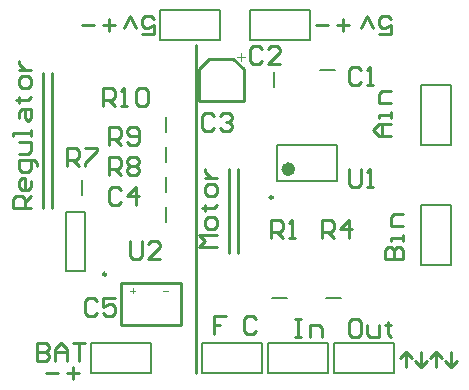
<source format=gto>
%FSLAX44Y44*%
%MOMM*%
G71*
G01*
G75*
G04 Layer_Color=65535*
%ADD10O,2.5000X0.7000*%
%ADD11R,1.4000X1.5000*%
%ADD12R,1.5000X1.4000*%
%ADD13O,0.3500X2.0000*%
%ADD14C,0.5080*%
%ADD15C,0.2540*%
%ADD16C,0.3810*%
%ADD17R,0.8000X1.5000*%
%ADD18R,1.7500X1.7500*%
%ADD19C,1.7500*%
%ADD20R,1.5000X1.5000*%
%ADD21C,1.5000*%
%ADD22R,1.5000X1.5000*%
%ADD23C,4.2000*%
%ADD24C,0.7000*%
%ADD25C,0.2500*%
%ADD26C,0.6000*%
%ADD27C,0.0900*%
%ADD28C,0.1000*%
%ADD29C,0.2000*%
D15*
X681225Y1154934D02*
X678686Y1157473D01*
X673607D01*
X671068Y1154934D01*
Y1144777D01*
X673607Y1142238D01*
X678686D01*
X681225Y1144777D01*
X686303Y1154934D02*
X688842Y1157473D01*
X693921D01*
X696460Y1154934D01*
Y1152395D01*
X693921Y1149855D01*
X691381D01*
X693921D01*
X696460Y1147316D01*
Y1144777D01*
X693921Y1142238D01*
X688842D01*
X686303Y1144777D01*
X609600Y1049015D02*
Y1036319D01*
X612139Y1033780D01*
X617217D01*
X619757Y1036319D01*
Y1049015D01*
X634992Y1033780D02*
X624835D01*
X634992Y1043937D01*
Y1046476D01*
X632453Y1049015D01*
X627374D01*
X624835Y1046476D01*
X586740Y1163320D02*
Y1178555D01*
X594357D01*
X596897Y1176016D01*
Y1170938D01*
X594357Y1168398D01*
X586740D01*
X591818D02*
X596897Y1163320D01*
X601975D02*
X607053D01*
X604514D01*
Y1178555D01*
X601975Y1176016D01*
X614671D02*
X617210Y1178555D01*
X622289D01*
X624828Y1176016D01*
Y1165859D01*
X622289Y1163320D01*
X617210D01*
X614671Y1165859D01*
Y1176016D01*
X591820Y1130300D02*
Y1145535D01*
X599437D01*
X601977Y1142996D01*
Y1137917D01*
X599437Y1135378D01*
X591820D01*
X596898D02*
X601977Y1130300D01*
X607055Y1132839D02*
X609594Y1130300D01*
X614673D01*
X617212Y1132839D01*
Y1142996D01*
X614673Y1145535D01*
X609594D01*
X607055Y1142996D01*
Y1140457D01*
X609594Y1137917D01*
X617212D01*
X591820Y1104900D02*
Y1120135D01*
X599437D01*
X601977Y1117596D01*
Y1112517D01*
X599437Y1109978D01*
X591820D01*
X596898D02*
X601977Y1104900D01*
X607055Y1117596D02*
X609594Y1120135D01*
X614673D01*
X617212Y1117596D01*
Y1115057D01*
X614673Y1112517D01*
X617212Y1109978D01*
Y1107439D01*
X614673Y1104900D01*
X609594D01*
X607055Y1107439D01*
Y1109978D01*
X609594Y1112517D01*
X607055Y1115057D01*
Y1117596D01*
X609594Y1112517D02*
X614673D01*
X556260Y1112520D02*
Y1127755D01*
X563877D01*
X566417Y1125216D01*
Y1120137D01*
X563877Y1117598D01*
X556260D01*
X561338D02*
X566417Y1112520D01*
X571495Y1127755D02*
X581652D01*
Y1125216D01*
X571495Y1115059D01*
Y1112520D01*
X581657Y998216D02*
X579118Y1000755D01*
X574039D01*
X571500Y998216D01*
Y988059D01*
X574039Y985520D01*
X579118D01*
X581657Y988059D01*
X596892Y1000755D02*
X586735D01*
Y993138D01*
X591813Y995677D01*
X594353D01*
X596892Y993138D01*
Y988059D01*
X594353Y985520D01*
X589274D01*
X586735Y988059D01*
X601977Y1092196D02*
X599437Y1094735D01*
X594359D01*
X591820Y1092196D01*
Y1082039D01*
X594359Y1079500D01*
X599437D01*
X601977Y1082039D01*
X614673Y1079500D02*
Y1094735D01*
X607055Y1087117D01*
X617212D01*
X805177Y1193796D02*
X802637Y1196335D01*
X797559D01*
X795020Y1193796D01*
Y1183639D01*
X797559Y1181100D01*
X802637D01*
X805177Y1183639D01*
X810255Y1181100D02*
X815333D01*
X812794D01*
Y1196335D01*
X810255Y1193796D01*
X721357Y1211576D02*
X718818Y1214115D01*
X713739D01*
X711200Y1211576D01*
Y1201419D01*
X713739Y1198880D01*
X718818D01*
X721357Y1201419D01*
X736592Y1198880D02*
X726435D01*
X736592Y1209037D01*
Y1211576D01*
X734053Y1214115D01*
X728974D01*
X726435Y1211576D01*
X728980Y1051560D02*
Y1066795D01*
X736598D01*
X739137Y1064256D01*
Y1059177D01*
X736598Y1056638D01*
X728980D01*
X734058D02*
X739137Y1051560D01*
X744215D02*
X749293D01*
X746754D01*
Y1066795D01*
X744215Y1064256D01*
X795020Y1109975D02*
Y1097279D01*
X797559Y1094740D01*
X802637D01*
X805177Y1097279D01*
Y1109975D01*
X810255Y1094740D02*
X815333D01*
X812794D01*
Y1109975D01*
X810255Y1107436D01*
X772160Y1051560D02*
Y1066795D01*
X779778D01*
X782317Y1064256D01*
Y1059177D01*
X779778Y1056638D01*
X772160D01*
X777238D02*
X782317Y1051560D01*
X795013D02*
Y1066795D01*
X787395Y1059177D01*
X797552D01*
X530860Y962655D02*
Y947420D01*
X538478D01*
X541017Y949959D01*
Y952498D01*
X538478Y955038D01*
X530860D01*
X538478D01*
X541017Y957577D01*
Y960116D01*
X538478Y962655D01*
X530860D01*
X546095Y947420D02*
Y957577D01*
X551173Y962655D01*
X556252Y957577D01*
Y947420D01*
Y955038D01*
X546095D01*
X561330Y962655D02*
X571487D01*
X566409D01*
Y947420D01*
X586740Y1231898D02*
X596897D01*
X591818Y1236976D02*
Y1226819D01*
X568960Y1231898D02*
X579117D01*
X538480Y937258D02*
X548637D01*
X556260D02*
X566417D01*
X561338Y942336D02*
Y932179D01*
X683260Y1043940D02*
X668025D01*
X673103Y1049018D01*
X668025Y1054097D01*
X683260D01*
Y1061714D02*
Y1066793D01*
X680721Y1069332D01*
X675642D01*
X673103Y1066793D01*
Y1061714D01*
X675642Y1059175D01*
X680721D01*
X683260Y1061714D01*
X670564Y1076949D02*
X673103D01*
Y1074410D01*
Y1079489D01*
Y1076949D01*
X680721D01*
X683260Y1079489D01*
Y1089645D02*
Y1094724D01*
X680721Y1097263D01*
X675642D01*
X673103Y1094724D01*
Y1089645D01*
X675642Y1087106D01*
X680721D01*
X683260Y1089645D01*
X673103Y1102341D02*
X683260D01*
X678182D01*
X675642Y1104880D01*
X673103Y1107420D01*
Y1109959D01*
X525780Y1076960D02*
X510545D01*
Y1084577D01*
X513084Y1087117D01*
X518162D01*
X520702Y1084577D01*
Y1076960D01*
Y1082038D02*
X525780Y1087117D01*
Y1099813D02*
Y1094734D01*
X523241Y1092195D01*
X518162D01*
X515623Y1094734D01*
Y1099813D01*
X518162Y1102352D01*
X520702D01*
Y1092195D01*
X530858Y1112508D02*
Y1115048D01*
X528319Y1117587D01*
X515623D01*
Y1109969D01*
X518162Y1107430D01*
X523241D01*
X525780Y1109969D01*
Y1117587D01*
X515623Y1122665D02*
X523241D01*
X525780Y1125204D01*
Y1132822D01*
X515623D01*
X525780Y1137900D02*
Y1142979D01*
Y1140440D01*
X510545D01*
Y1137900D01*
X515623Y1153135D02*
Y1158214D01*
X518162Y1160753D01*
X525780D01*
Y1153135D01*
X523241Y1150596D01*
X520702Y1153135D01*
Y1160753D01*
X513084Y1168370D02*
X515623D01*
Y1165831D01*
Y1170910D01*
Y1168370D01*
X523241D01*
X525780Y1170910D01*
Y1181066D02*
Y1186145D01*
X523241Y1188684D01*
X518162D01*
X515623Y1186145D01*
Y1181066D01*
X518162Y1178527D01*
X523241D01*
X525780Y1181066D01*
X515623Y1193762D02*
X525780D01*
X520702D01*
X518162Y1196301D01*
X515623Y1198841D01*
Y1201380D01*
X825505Y1033780D02*
X840740D01*
Y1041397D01*
X838201Y1043937D01*
X835662D01*
X833122Y1041397D01*
Y1033780D01*
Y1041397D01*
X830583Y1043937D01*
X828044D01*
X825505Y1041397D01*
Y1033780D01*
X840740Y1049015D02*
Y1054093D01*
Y1051554D01*
X830583D01*
Y1049015D01*
X840740Y1061711D02*
X830583D01*
Y1069329D01*
X833122Y1071868D01*
X840740D01*
X830580Y1137920D02*
X820423D01*
X815345Y1142998D01*
X820423Y1148077D01*
X830580D01*
X822962D01*
Y1137920D01*
X830580Y1153155D02*
Y1158233D01*
Y1155694D01*
X820423D01*
Y1153155D01*
X830580Y1165851D02*
X820423D01*
Y1173468D01*
X822962Y1176008D01*
X830580D01*
X690877Y985515D02*
X680720D01*
Y977897D01*
X685798D01*
X680720D01*
Y970280D01*
X716277Y982976D02*
X713737Y985515D01*
X708659D01*
X706120Y982976D01*
Y972819D01*
X708659Y970280D01*
X713737D01*
X716277Y972819D01*
X802637Y982975D02*
X797559D01*
X795020Y980436D01*
Y970279D01*
X797559Y967740D01*
X802637D01*
X805177Y970279D01*
Y980436D01*
X802637Y982975D01*
X810255Y977897D02*
Y970279D01*
X812794Y967740D01*
X820412D01*
Y977897D01*
X828029Y980436D02*
Y977897D01*
X825490D01*
X830568D01*
X828029D01*
Y970279D01*
X830568Y967740D01*
X749300Y982975D02*
X754378D01*
X751839D01*
Y967740D01*
X749300D01*
X754378D01*
X761996D02*
Y977897D01*
X769613D01*
X772153Y975358D01*
Y967740D01*
X619763Y1224285D02*
X629920D01*
Y1231902D01*
X624842Y1229363D01*
X622303D01*
X619763Y1231902D01*
Y1236981D01*
X622303Y1239520D01*
X627381D01*
X629920Y1236981D01*
X614685Y1229363D02*
X609607Y1239520D01*
X604528Y1229363D01*
X767080Y1231898D02*
X777237D01*
X784860D02*
X795017D01*
X789938Y1236976D02*
Y1226819D01*
X820423Y1224285D02*
X830580D01*
Y1231902D01*
X825502Y1229363D01*
X822962D01*
X820423Y1231902D01*
Y1236981D01*
X822962Y1239520D01*
X828041D01*
X830580Y1236981D01*
X815345Y1229363D02*
X810267Y1239520D01*
X805188Y1229363D01*
D25*
X589630Y1020970D02*
G03*
X589630Y1020970I-1250J0D01*
G01*
X730710Y1086060D02*
G03*
X730710Y1086060I-1250J0D01*
G01*
X697484Y1203452D02*
X706374Y1194562D01*
X668274Y1167892D02*
Y1182878D01*
X706374Y1167892D02*
Y1194562D01*
X668274D02*
X677164Y1203452D01*
X668274Y1182878D02*
Y1194562D01*
X677164Y1203452D02*
X697484D01*
X668274Y1167892D02*
X706374D01*
X601980Y1013460D02*
X652780D01*
Y977900D02*
Y1013460D01*
X601980Y977900D02*
X652780D01*
X601980D02*
Y1013460D01*
X843280Y942340D02*
Y955040D01*
X838200Y949960D02*
X843280Y955040D01*
X848360Y949960D01*
X850900Y947420D02*
X855980Y942340D01*
X861060Y947420D01*
X855980Y942340D02*
Y955040D01*
X868680Y942340D02*
Y955040D01*
X863600Y949960D02*
X868680Y955040D01*
X873760Y949960D01*
X876300Y947420D02*
X881380Y942340D01*
X886460Y947420D01*
X881380Y942340D02*
Y955040D01*
X701040Y1038860D02*
Y1109980D01*
X693420Y1038860D02*
Y1109980D01*
X665480Y937260D02*
Y1215136D01*
X535940Y1076960D02*
Y1191260D01*
X543560Y1076960D02*
Y1191260D01*
D26*
X746960Y1110060D02*
G03*
X746960Y1110060I-3000J0D01*
G01*
D27*
X703834Y1201420D02*
Y1208532D01*
X700278Y1204976D02*
X707390D01*
D28*
X637413Y1006856D02*
X641731D01*
X609981Y1006983D02*
X614299D01*
X612140Y1004824D02*
Y1009142D01*
D29*
X711200Y1219200D02*
Y1244600D01*
X762000D01*
Y1219200D02*
Y1244600D01*
X711200Y1219200D02*
X762000D01*
X635000D02*
Y1244600D01*
X685800D01*
Y1219200D02*
Y1244600D01*
X635000Y1219200D02*
X685800D01*
X576580Y937260D02*
Y962660D01*
X627380D01*
Y937260D02*
Y962660D01*
X576580Y937260D02*
X627380D01*
X571880Y1024020D02*
Y1074020D01*
X555880Y1024020D02*
Y1074020D01*
Y1024020D02*
X571880D01*
X555880Y1074020D02*
X571880D01*
X640080Y1141580D02*
Y1154580D01*
Y1116180D02*
Y1129180D01*
Y1090780D02*
Y1103780D01*
X568960Y1088240D02*
Y1101240D01*
X640080Y1065380D02*
Y1078380D01*
X782320Y937260D02*
X833120D01*
Y962660D01*
X782320D02*
X833120D01*
X782320Y937260D02*
Y962660D01*
X855980Y1028700D02*
Y1079500D01*
Y1028700D02*
X881380D01*
Y1079500D01*
X855980D02*
X881380D01*
X770740Y1193800D02*
X783740D01*
X731520Y1179680D02*
Y1192680D01*
X855980Y1130300D02*
Y1181100D01*
Y1130300D02*
X881380D01*
Y1181100D01*
X855980D02*
X881380D01*
X730100Y1000760D02*
X743100D01*
X784960Y1100060D02*
Y1130060D01*
X733960Y1100060D02*
Y1130060D01*
X784960D01*
X733960Y1100060D02*
X784960D01*
X775820Y1000760D02*
X788820D01*
X726440Y962660D02*
X777240D01*
X726440Y937260D02*
Y962660D01*
Y937260D02*
X777240D01*
Y962660D01*
X670560D02*
X721360D01*
X670560Y937260D02*
Y962660D01*
Y937260D02*
X721360D01*
Y962660D01*
M02*

</source>
